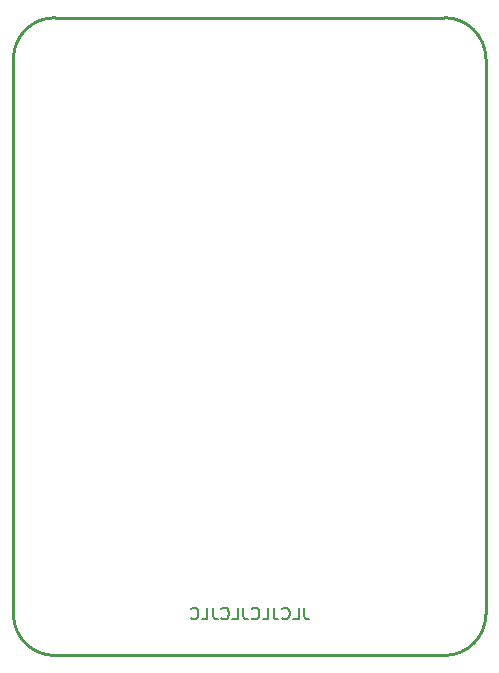
<source format=gbr>
G04 #@! TF.GenerationSoftware,KiCad,Pcbnew,(5.1.8)-1*
G04 #@! TF.CreationDate,2021-01-06T21:59:08-05:00*
G04 #@! TF.ProjectId,Square Wave Generator,53717561-7265-4205-9761-76652047656e,rev?*
G04 #@! TF.SameCoordinates,Original*
G04 #@! TF.FileFunction,Legend,Bot*
G04 #@! TF.FilePolarity,Positive*
%FSLAX46Y46*%
G04 Gerber Fmt 4.6, Leading zero omitted, Abs format (unit mm)*
G04 Created by KiCad (PCBNEW (5.1.8)-1) date 2021-01-06 21:59:08*
%MOMM*%
%LPD*%
G01*
G04 APERTURE LIST*
%ADD10C,0.150000*%
G04 #@! TA.AperFunction,Profile*
%ADD11C,0.254000*%
G04 #@! TD*
G04 APERTURE END LIST*
D10*
X104619047Y-122952380D02*
X104619047Y-123666666D01*
X104666666Y-123809523D01*
X104761904Y-123904761D01*
X104904761Y-123952380D01*
X105000000Y-123952380D01*
X103666666Y-123952380D02*
X104142857Y-123952380D01*
X104142857Y-122952380D01*
X102761904Y-123857142D02*
X102809523Y-123904761D01*
X102952380Y-123952380D01*
X103047619Y-123952380D01*
X103190476Y-123904761D01*
X103285714Y-123809523D01*
X103333333Y-123714285D01*
X103380952Y-123523809D01*
X103380952Y-123380952D01*
X103333333Y-123190476D01*
X103285714Y-123095238D01*
X103190476Y-123000000D01*
X103047619Y-122952380D01*
X102952380Y-122952380D01*
X102809523Y-123000000D01*
X102761904Y-123047619D01*
X102047619Y-122952380D02*
X102047619Y-123666666D01*
X102095238Y-123809523D01*
X102190476Y-123904761D01*
X102333333Y-123952380D01*
X102428571Y-123952380D01*
X101095238Y-123952380D02*
X101571428Y-123952380D01*
X101571428Y-122952380D01*
X100190476Y-123857142D02*
X100238095Y-123904761D01*
X100380952Y-123952380D01*
X100476190Y-123952380D01*
X100619047Y-123904761D01*
X100714285Y-123809523D01*
X100761904Y-123714285D01*
X100809523Y-123523809D01*
X100809523Y-123380952D01*
X100761904Y-123190476D01*
X100714285Y-123095238D01*
X100619047Y-123000000D01*
X100476190Y-122952380D01*
X100380952Y-122952380D01*
X100238095Y-123000000D01*
X100190476Y-123047619D01*
X99476190Y-122952380D02*
X99476190Y-123666666D01*
X99523809Y-123809523D01*
X99619047Y-123904761D01*
X99761904Y-123952380D01*
X99857142Y-123952380D01*
X98523809Y-123952380D02*
X99000000Y-123952380D01*
X99000000Y-122952380D01*
X97619047Y-123857142D02*
X97666666Y-123904761D01*
X97809523Y-123952380D01*
X97904761Y-123952380D01*
X98047619Y-123904761D01*
X98142857Y-123809523D01*
X98190476Y-123714285D01*
X98238095Y-123523809D01*
X98238095Y-123380952D01*
X98190476Y-123190476D01*
X98142857Y-123095238D01*
X98047619Y-123000000D01*
X97904761Y-122952380D01*
X97809523Y-122952380D01*
X97666666Y-123000000D01*
X97619047Y-123047619D01*
X96904761Y-122952380D02*
X96904761Y-123666666D01*
X96952380Y-123809523D01*
X97047619Y-123904761D01*
X97190476Y-123952380D01*
X97285714Y-123952380D01*
X95952380Y-123952380D02*
X96428571Y-123952380D01*
X96428571Y-122952380D01*
X95047619Y-123857142D02*
X95095238Y-123904761D01*
X95238095Y-123952380D01*
X95333333Y-123952380D01*
X95476190Y-123904761D01*
X95571428Y-123809523D01*
X95619047Y-123714285D01*
X95666666Y-123523809D01*
X95666666Y-123380952D01*
X95619047Y-123190476D01*
X95571428Y-123095238D01*
X95476190Y-123000000D01*
X95333333Y-122952380D01*
X95238095Y-122952380D01*
X95095238Y-123000000D01*
X95047619Y-123047619D01*
D11*
X120000000Y-123500000D02*
G75*
G02*
X116500000Y-127000000I-3500000J0D01*
G01*
X83500000Y-127000000D02*
G75*
G02*
X80000000Y-123500000I0J3500000D01*
G01*
X116500000Y-73000000D02*
G75*
G02*
X120000000Y-76500000I0J-3500000D01*
G01*
X80000000Y-76500000D02*
G75*
G02*
X83500000Y-73000000I3500000J0D01*
G01*
X83500000Y-127000000D02*
X116500000Y-127000000D01*
X120000000Y-76500000D02*
X120000000Y-123500000D01*
X83500000Y-73000000D02*
X116500000Y-73000000D01*
X80000000Y-76500000D02*
X80000000Y-123500000D01*
M02*

</source>
